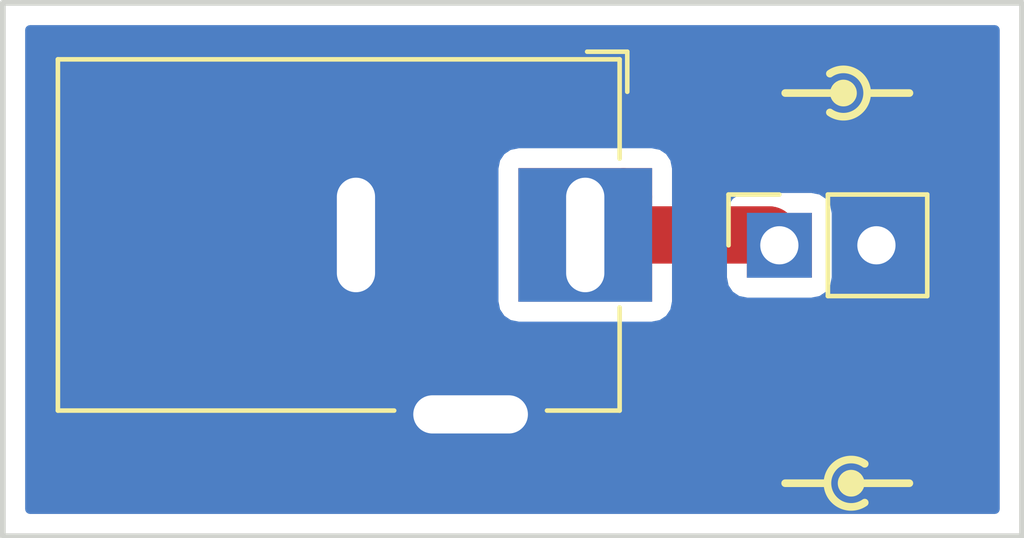
<source format=kicad_pcb>
(kicad_pcb (version 20171130) (host pcbnew "(5.0.0-3-g5ebb6b6)")

  (general
    (thickness 1.6)
    (drawings 12)
    (tracks 5)
    (zones 0)
    (modules 2)
    (nets 3)
  )

  (page A4)
  (layers
    (0 F.Cu signal)
    (31 B.Cu signal)
    (32 B.Adhes user)
    (33 F.Adhes user)
    (34 B.Paste user)
    (35 F.Paste user)
    (36 B.SilkS user)
    (37 F.SilkS user)
    (38 B.Mask user)
    (39 F.Mask user)
    (40 Dwgs.User user)
    (41 Cmts.User user)
    (42 Eco1.User user)
    (43 Eco2.User user)
    (44 Edge.Cuts user)
    (45 Margin user hide)
    (46 B.CrtYd user hide)
    (47 F.CrtYd user hide)
    (48 B.Fab user hide)
    (49 F.Fab user hide)
  )

  (setup
    (last_trace_width 1.5)
    (user_trace_width 0.5)
    (user_trace_width 1)
    (user_trace_width 1.5)
    (trace_clearance 0.2)
    (zone_clearance 0.508)
    (zone_45_only no)
    (trace_min 0.2)
    (segment_width 0.2)
    (edge_width 0.15)
    (via_size 0.8)
    (via_drill 0.4)
    (via_min_size 0.4)
    (via_min_drill 0.3)
    (uvia_size 0.3)
    (uvia_drill 0.1)
    (uvias_allowed no)
    (uvia_min_size 0.2)
    (uvia_min_drill 0.1)
    (pcb_text_width 0.3)
    (pcb_text_size 1.5 1.5)
    (mod_edge_width 0.15)
    (mod_text_size 1 1)
    (mod_text_width 0.15)
    (pad_size 1.524 1.524)
    (pad_drill 0.762)
    (pad_to_mask_clearance 0.2)
    (aux_axis_origin 0 0)
    (visible_elements FFFFFF7F)
    (pcbplotparams
      (layerselection 0x010fc_ffffffff)
      (usegerberextensions false)
      (usegerberattributes false)
      (usegerberadvancedattributes false)
      (creategerberjobfile false)
      (excludeedgelayer true)
      (linewidth 0.100000)
      (plotframeref false)
      (viasonmask false)
      (mode 1)
      (useauxorigin false)
      (hpglpennumber 1)
      (hpglpenspeed 20)
      (hpglpendiameter 15.000000)
      (psnegative false)
      (psa4output false)
      (plotreference true)
      (plotvalue true)
      (plotinvisibletext false)
      (padsonsilk false)
      (subtractmaskfromsilk false)
      (outputformat 1)
      (mirror false)
      (drillshape 1)
      (scaleselection 1)
      (outputdirectory ""))
  )

  (net 0 "")
  (net 1 "Net-(JIN1-Pad1)")
  (net 2 "Net-(JIN1-Pad2)")

  (net_class Default "This is the default net class."
    (clearance 0.2)
    (trace_width 0.25)
    (via_dia 0.8)
    (via_drill 0.4)
    (uvia_dia 0.3)
    (uvia_drill 0.1)
    (add_net "Net-(JIN1-Pad1)")
    (add_net "Net-(JIN1-Pad2)")
  )

  (module Connector_BarrelJack:BarrelJack_Horizontal (layer F.Cu) (tedit 5C7A8005) (tstamp 5C875CD0)
    (at 144.78 77.199201)
    (descr "DC Barrel Jack")
    (tags "Power Jack")
    (path /5C7AA5F3)
    (fp_text reference JIN1 (at -8.45 5.75) (layer F.SilkS) hide
      (effects (font (size 1 1) (thickness 0.15)))
    )
    (fp_text value Barrel_Jack_Switch (at -6.2 -5.5) (layer F.Fab)
      (effects (font (size 1 1) (thickness 0.15)))
    )
    (fp_text user %R (at -3 -2.95) (layer F.Fab)
      (effects (font (size 1 1) (thickness 0.15)))
    )
    (fp_line (start -0.003213 -4.505425) (end 0.8 -3.75) (layer F.Fab) (width 0.1))
    (fp_line (start 1.1 -3.75) (end 1.1 -4.8) (layer F.SilkS) (width 0.12))
    (fp_line (start 0.05 -4.8) (end 1.1 -4.8) (layer F.SilkS) (width 0.12))
    (fp_line (start 1 -4.5) (end 1 -4.75) (layer F.CrtYd) (width 0.05))
    (fp_line (start 1 -4.75) (end -14 -4.75) (layer F.CrtYd) (width 0.05))
    (fp_line (start 1 -4.5) (end 1 -2) (layer F.CrtYd) (width 0.05))
    (fp_line (start 1 -2) (end 2 -2) (layer F.CrtYd) (width 0.05))
    (fp_line (start 2 -2) (end 2 2) (layer F.CrtYd) (width 0.05))
    (fp_line (start 2 2) (end 1 2) (layer F.CrtYd) (width 0.05))
    (fp_line (start 1 2) (end 1 4.75) (layer F.CrtYd) (width 0.05))
    (fp_line (start 1 4.75) (end -1 4.75) (layer F.CrtYd) (width 0.05))
    (fp_line (start -1 4.75) (end -1 6.75) (layer F.CrtYd) (width 0.05))
    (fp_line (start -1 6.75) (end -5 6.75) (layer F.CrtYd) (width 0.05))
    (fp_line (start -5 6.75) (end -5 4.75) (layer F.CrtYd) (width 0.05))
    (fp_line (start -5 4.75) (end -14 4.75) (layer F.CrtYd) (width 0.05))
    (fp_line (start -14 4.75) (end -14 -4.75) (layer F.CrtYd) (width 0.05))
    (fp_line (start -5 4.6) (end -13.8 4.6) (layer F.SilkS) (width 0.12))
    (fp_line (start -13.8 4.6) (end -13.8 -4.6) (layer F.SilkS) (width 0.12))
    (fp_line (start 0.9 1.9) (end 0.9 4.6) (layer F.SilkS) (width 0.12))
    (fp_line (start 0.9 4.6) (end -1 4.6) (layer F.SilkS) (width 0.12))
    (fp_line (start -13.8 -4.6) (end 0.9 -4.6) (layer F.SilkS) (width 0.12))
    (fp_line (start 0.9 -4.6) (end 0.9 -2) (layer F.SilkS) (width 0.12))
    (fp_line (start -10.2 -4.5) (end -10.2 4.5) (layer F.Fab) (width 0.1))
    (fp_line (start -13.7 -4.5) (end -13.7 4.5) (layer F.Fab) (width 0.1))
    (fp_line (start -13.7 4.5) (end 0.8 4.5) (layer F.Fab) (width 0.1))
    (fp_line (start 0.8 4.5) (end 0.8 -3.75) (layer F.Fab) (width 0.1))
    (fp_line (start 0 -4.5) (end -13.7 -4.5) (layer F.Fab) (width 0.1))
    (pad 1 thru_hole rect (at 0 0) (size 3.5 3.5) (drill oval 1 3) (layers *.Cu *.Mask)
      (net 1 "Net-(JIN1-Pad1)"))
    (pad 2 thru_hole roundrect (at -6 0) (size 3 3.5) (drill oval 1 3) (layers *.Cu *.Mask) (roundrect_rratio 0.25)
      (net 2 "Net-(JIN1-Pad2)"))
    (pad 3 thru_hole roundrect (at -3 4.7) (size 3.5 3.5) (drill oval 3 1) (layers *.Cu *.Mask) (roundrect_rratio 0.25)
      (net 2 "Net-(JIN1-Pad2)"))
    (model ${KISYS3DMOD}/Connector_BarrelJack.3dshapes/BarrelJack_Horizontal.wrl
      (at (xyz 0 0 0))
      (scale (xyz 1 1 1))
      (rotate (xyz 0 0 0))
    )
  )

  (module Connector_PinSocket_2.54mm:PinSocket_1x02_P2.54mm_Vertical (layer F.Cu) (tedit 5C7A80C5) (tstamp 5C875FDB)
    (at 149.86 77.47 90)
    (descr "Through hole straight socket strip, 1x02, 2.54mm pitch, single row (from Kicad 4.0.7), script generated")
    (tags "Through hole socket strip THT 1x02 2.54mm single row")
    (path /5C7AAC69)
    (fp_text reference JOUT3 (at 0 -2.77 90) (layer F.SilkS) hide
      (effects (font (size 1 1) (thickness 0.15)))
    )
    (fp_text value Conn_01x02 (at 0 5.31 90) (layer F.Fab)
      (effects (font (size 1 1) (thickness 0.15)))
    )
    (fp_line (start -1.27 -1.27) (end 0.635 -1.27) (layer F.Fab) (width 0.1))
    (fp_line (start 0.635 -1.27) (end 1.27 -0.635) (layer F.Fab) (width 0.1))
    (fp_line (start 1.27 -0.635) (end 1.27 3.81) (layer F.Fab) (width 0.1))
    (fp_line (start 1.27 3.81) (end -1.27 3.81) (layer F.Fab) (width 0.1))
    (fp_line (start -1.27 3.81) (end -1.27 -1.27) (layer F.Fab) (width 0.1))
    (fp_line (start -1.33 1.27) (end 1.33 1.27) (layer F.SilkS) (width 0.12))
    (fp_line (start -1.33 1.27) (end -1.33 3.87) (layer F.SilkS) (width 0.12))
    (fp_line (start -1.33 3.87) (end 1.33 3.87) (layer F.SilkS) (width 0.12))
    (fp_line (start 1.33 1.27) (end 1.33 3.87) (layer F.SilkS) (width 0.12))
    (fp_line (start 1.33 -1.33) (end 1.33 0) (layer F.SilkS) (width 0.12))
    (fp_line (start 0 -1.33) (end 1.33 -1.33) (layer F.SilkS) (width 0.12))
    (fp_line (start -1.8 -1.8) (end 1.75 -1.8) (layer F.CrtYd) (width 0.05))
    (fp_line (start 1.75 -1.8) (end 1.75 4.3) (layer F.CrtYd) (width 0.05))
    (fp_line (start 1.75 4.3) (end -1.8 4.3) (layer F.CrtYd) (width 0.05))
    (fp_line (start -1.8 4.3) (end -1.8 -1.8) (layer F.CrtYd) (width 0.05))
    (fp_text user %R (at 0 1.27 180) (layer F.Fab)
      (effects (font (size 1 1) (thickness 0.15)))
    )
    (pad 1 thru_hole rect (at 0 0 90) (size 1.7 1.7) (drill 1) (layers *.Cu *.Mask)
      (net 1 "Net-(JIN1-Pad1)"))
    (pad 2 thru_hole oval (at 0 2.54 90) (size 1.7 1.7) (drill 1) (layers *.Cu *.Mask)
      (net 2 "Net-(JIN1-Pad2)"))
    (model ${KISYS3DMOD}/Connector_PinSocket_2.54mm.3dshapes/PinSocket_1x02_P2.54mm_Vertical.wrl
      (at (xyz 0 0 0))
      (scale (xyz 1 1 1))
      (rotate (xyz 0 0 0))
    )
  )

  (gr_line (start 156.21 71.12) (end 129.54 71.12) (layer Edge.Cuts) (width 0.15))
  (gr_line (start 156.21 85.09) (end 156.21 71.12) (layer Edge.Cuts) (width 0.15))
  (gr_line (start 129.54 85.09) (end 156.21 85.09) (layer Edge.Cuts) (width 0.15))
  (gr_line (start 129.54 71.12) (end 129.54 85.09) (layer Edge.Cuts) (width 0.15))
  (gr_line (start 151.078224 83.702169) (end 150.011424 83.702169) (layer F.SilkS) (width 0.2) (tstamp 5C877671))
  (gr_circle (center 151.738624 83.702169) (end 151.938624 83.702169) (layer F.SilkS) (width 0.3) (tstamp 5C877670))
  (gr_arc (start 151.738624 83.702169) (end 152.094223 83.19417) (angle -249.9840404) (layer F.SilkS) (width 0.2) (tstamp 5C87766F))
  (gr_line (start 151.738624 83.702169) (end 153.262624 83.702169) (layer F.SilkS) (width 0.2) (tstamp 5C87766E))
  (gr_arc (start 151.537376 73.482231) (end 151.181777 73.99023) (angle -249.9840404) (layer F.SilkS) (width 0.2))
  (gr_line (start 152.197776 73.482231) (end 153.264576 73.482231) (layer F.SilkS) (width 0.2))
  (gr_line (start 151.537376 73.482231) (end 150.013376 73.482231) (layer F.SilkS) (width 0.2))
  (gr_circle (center 151.537376 73.482231) (end 151.337376 73.482231) (layer F.SilkS) (width 0.3))

  (segment (start 145.957001 76.0222) (end 144.78 77.199201) (width 1) (layer F.Cu) (net 1))
  (segment (start 145.779201 76.2) (end 144.78 77.199201) (width 1.5) (layer F.Cu) (net 1))
  (segment (start 149.589201 77.199201) (end 149.86 77.47) (width 1.5) (layer F.Cu) (net 1))
  (segment (start 144.78 77.199201) (end 149.589201 77.199201) (width 1.5) (layer F.Cu) (net 1))
  (segment (start 141.78 81.899201) (end 141.589201 81.899201) (width 1.5) (layer F.Cu) (net 2))

  (zone (net 2) (net_name "Net-(JIN1-Pad2)") (layer B.Cu) (tstamp 0) (hatch edge 0.508)
    (connect_pads yes (clearance 0.508))
    (min_thickness 0.254)
    (fill yes (arc_segments 16) (thermal_gap 0.508) (thermal_bridge_width 0.508))
    (polygon
      (pts
        (xy 129.54 71.12) (xy 129.54 85.09) (xy 156.21 85.09) (xy 156.21 71.12)
      )
    )
    (filled_polygon
      (pts
        (xy 155.5 84.38) (xy 130.25 84.38) (xy 130.25 75.449201) (xy 142.38256 75.449201) (xy 142.38256 78.949201)
        (xy 142.431843 79.196966) (xy 142.572191 79.40701) (xy 142.782235 79.547358) (xy 143.03 79.596641) (xy 146.53 79.596641)
        (xy 146.777765 79.547358) (xy 146.987809 79.40701) (xy 147.128157 79.196966) (xy 147.17744 78.949201) (xy 147.17744 76.62)
        (xy 148.36256 76.62) (xy 148.36256 78.32) (xy 148.411843 78.567765) (xy 148.552191 78.777809) (xy 148.762235 78.918157)
        (xy 149.01 78.96744) (xy 150.71 78.96744) (xy 150.957765 78.918157) (xy 151.167809 78.777809) (xy 151.308157 78.567765)
        (xy 151.35744 78.32) (xy 151.35744 76.62) (xy 151.308157 76.372235) (xy 151.167809 76.162191) (xy 150.957765 76.021843)
        (xy 150.71 75.97256) (xy 149.01 75.97256) (xy 148.762235 76.021843) (xy 148.552191 76.162191) (xy 148.411843 76.372235)
        (xy 148.36256 76.62) (xy 147.17744 76.62) (xy 147.17744 75.449201) (xy 147.128157 75.201436) (xy 146.987809 74.991392)
        (xy 146.777765 74.851044) (xy 146.53 74.801761) (xy 143.03 74.801761) (xy 142.782235 74.851044) (xy 142.572191 74.991392)
        (xy 142.431843 75.201436) (xy 142.38256 75.449201) (xy 130.25 75.449201) (xy 130.25 71.83) (xy 155.500001 71.83)
      )
    )
  )
)

</source>
